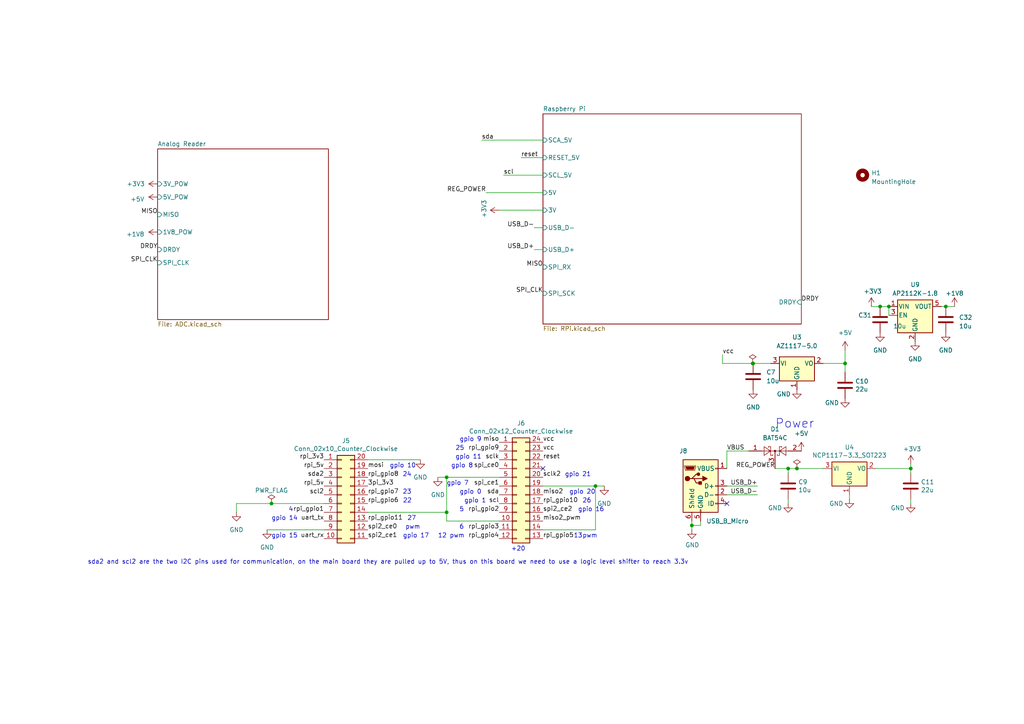
<source format=kicad_sch>
(kicad_sch (version 20230121) (generator eeschema)
  (paper "A4")
  (title_block (title "RP2040 Based Strain Gauge measurement board") (company "RIOT Racing"))
  (lib_symbols
    (symbol "Connector_Generic:Conn_02x10_Counter_Clockwise" (pin_names (offset 1.016) hide)
      (property "Reference" "J" (at 1.27 12.7 0))
      (property "Value" "Conn_02x10_Counter_Clockwise" (at 1.27 -15.24 0))
      (symbol "Conn_02x10_Counter_Clockwise_1_1"
        (rectangle (start -1.27 -12.573) (end 0 -12.827) (stroke (width 0.1524)))
        (rectangle (start -1.27 -10.033) (end 0 -10.287) (stroke (width 0.1524)))
        (rectangle (start -1.27 -7.493) (end 0 -7.747) (stroke (width 0.1524)))
        (rectangle (start -1.27 -4.953) (end 0 -5.207) (stroke (width 0.1524)))
        (rectangle (start -1.27 -2.413) (end 0 -2.667) (stroke (width 0.1524)))
        (rectangle (start -1.27 0.127) (end 0 -0.127) (stroke (width 0.1524)))
        (rectangle (start -1.27 2.667) (end 0 2.413) (stroke (width 0.1524)))
        (rectangle (start -1.27 5.207) (end 0 4.953) (stroke (width 0.1524)))
        (rectangle (start -1.27 7.747) (end 0 7.493) (stroke (width 0.1524)))
        (rectangle (start -1.27 10.287) (end 0 10.033) (stroke (width 0.1524)))
        (rectangle (start -1.27 11.43) (end 3.81 -13.97) (stroke (width 0.254)) (fill (type background)))
        (rectangle (start 3.81 -12.573) (end 2.54 -12.827) (stroke (width 0.1524)))
        (rectangle (start 3.81 -10.033) (end 2.54 -10.287) (stroke (width 0.1524)))
        (rectangle (start 3.81 -7.493) (end 2.54 -7.747) (stroke (width 0.1524)))
        (rectangle (start 3.81 -4.953) (end 2.54 -5.207) (stroke (width 0.1524)))
        (rectangle (start 3.81 -2.413) (end 2.54 -2.667) (stroke (width 0.1524)))
        (rectangle (start 3.81 0.127) (end 2.54 -0.127) (stroke (width 0.1524)))
        (rectangle (start 3.81 2.667) (end 2.54 2.413) (stroke (width 0.1524)))
        (rectangle (start 3.81 5.207) (end 2.54 4.953) (stroke (width 0.1524)))
        (rectangle (start 3.81 7.747) (end 2.54 7.493) (stroke (width 0.1524)))
        (rectangle (start 3.81 10.287) (end 2.54 10.033) (stroke (width 0.1524)))
        (pin passive line (at -5.08 10.16 0) (length 3.81) (name "Pin_1") (number "1"))
        (pin passive line (at -5.08 -12.7 0) (length 3.81) (name "Pin_10") (number "10"))
        (pin passive line (at 7.62 -12.7 180) (length 3.81) (name "Pin_11") (number "11"))
        (pin passive line (at 7.62 -10.16 180) (length 3.81) (name "Pin_12") (number "12"))
        (pin passive line (at 7.62 -7.62 180) (length 3.81) (name "Pin_13") (number "13"))
        (pin passive line (at 7.62 -5.08 180) (length 3.81) (name "Pin_14") (number "14"))
        (pin passive line (at 7.62 -2.54 180) (length 3.81) (name "Pin_15") (number "15"))
        (pin passive line (at 7.62 0 180) (length 3.81) (name "Pin_16") (number "16"))
        (pin passive line (at 7.62 2.54 180) (length 3.81) (name "Pin_17") (number "17"))
        (pin passive line (at 7.62 5.08 180) (length 3.81) (name "Pin_18") (number "18"))
        (pin passive line (at 7.62 7.62 180) (length 3.81) (name "Pin_19") (number "19"))
        (pin passive line (at -5.08 7.62 0) (length 3.81) (name "Pin_2") (number "2"))
        (pin passive line (at 7.62 10.16 180) (length 3.81) (name "Pin_20") (number "20"))
        (pin passive line (at -5.08 5.08 0) (length 3.81) (name "Pin_3") (number "3"))
        (pin passive line (at -5.08 2.54 0) (length 3.81) (name "Pin_4") (number "4"))
        (pin passive line (at -5.08 0 0) (length 3.81) (name "Pin_5") (number "5"))
        (pin passive line (at -5.08 -2.54 0) (length 3.81) (name "Pin_6") (number "6"))
        (pin passive line (at -5.08 -5.08 0) (length 3.81) (name "Pin_7") (number "7"))
        (pin passive line (at -5.08 -7.62 0) (length 3.81) (name "Pin_8") (number "8"))
        (pin passive line (at -5.08 -10.16 0) (length 3.81) (name "Pin_9") (number "9"))
      )
    )
    (symbol "Connector_Generic:Conn_02x12_Counter_Clockwise" (pin_names (offset 1.016) hide)
      (property "Reference" "J" (at 1.27 15.24 0))
      (property "Value" "Conn_02x12_Counter_Clockwise" (at 1.27 -17.78 0))
      (symbol "Conn_02x12_Counter_Clockwise_1_1"
        (rectangle (start -1.27 -15.113) (end 0 -15.367) (stroke (width 0.1524)))
        (rectangle (start -1.27 -12.573) (end 0 -12.827) (stroke (width 0.1524)))
        (rectangle (start -1.27 -10.033) (end 0 -10.287) (stroke (width 0.1524)))
        (rectangle (start -1.27 -7.493) (end 0 -7.747) (stroke (width 0.1524)))
        (rectangle (start -1.27 -4.953) (end 0 -5.207) (stroke (width 0.1524)))
        (rectangle (start -1.27 -2.413) (end 0 -2.667) (stroke (width 0.1524)))
        (rectangle (start -1.27 0.127) (end 0 -0.127) (stroke (width 0.1524)))
        (rectangle (start -1.27 2.667) (end 0 2.413) (stroke (width 0.1524)))
        (rectangle (start -1.27 5.207) (end 0 4.953) (stroke (width 0.1524)))
        (rectangle (start -1.27 7.747) (end 0 7.493) (stroke (width 0.1524)))
        (rectangle (start -1.27 10.287) (end 0 10.033) (stroke (width 0.1524)))
        (rectangle (start -1.27 12.827) (end 0 12.573) (stroke (width 0.1524)))
        (rectangle (start -1.27 13.97) (end 3.81 -16.51) (stroke (width 0.254)) (fill (type background)))
        (rectangle (start 3.81 -15.113) (end 2.54 -15.367) (stroke (width 0.1524)))
        (rectangle (start 3.81 -12.573) (end 2.54 -12.827) (stroke (width 0.1524)))
        (rectangle (start 3.81 -10.033) (end 2.54 -10.287) (stroke (width 0.1524)))
        (rectangle (start 3.81 -7.493) (end 2.54 -7.747) (stroke (width 0.1524)))
        (rectangle (start 3.81 -4.953) (end 2.54 -5.207) (stroke (width 0.1524)))
        (rectangle (start 3.81 -2.413) (end 2.54 -2.667) (stroke (width 0.1524)))
        (rectangle (start 3.81 0.127) (end 2.54 -0.127) (stroke (width 0.1524)))
        (rectangle (start 3.81 2.667) (end 2.54 2.413) (stroke (width 0.1524)))
        (rectangle (start 3.81 5.207) (end 2.54 4.953) (stroke (width 0.1524)))
        (rectangle (start 3.81 7.747) (end 2.54 7.493) (stroke (width 0.1524)))
        (rectangle (start 3.81 10.287) (end 2.54 10.033) (stroke (width 0.1524)))
        (rectangle (start 3.81 12.827) (end 2.54 12.573) (stroke (width 0.1524)))
        (pin passive line (at -5.08 12.7 0) (length 3.81) (name "Pin_1") (number "1"))
        (pin passive line (at -5.08 -10.16 0) (length 3.81) (name "Pin_10") (number "10"))
        (pin passive line (at -5.08 -12.7 0) (length 3.81) (name "Pin_11") (number "11"))
        (pin passive line (at -5.08 -15.24 0) (length 3.81) (name "Pin_12") (number "12"))
        (pin passive line (at 7.62 -15.24 180) (length 3.81) (name "Pin_13") (number "13"))
        (pin passive line (at 7.62 -12.7 180) (length 3.81) (name "Pin_14") (number "14"))
        (pin passive line (at 7.62 -10.16 180) (length 3.81) (name "Pin_15") (number "15"))
        (pin passive line (at 7.62 -7.62 180) (length 3.81) (name "Pin_16") (number "16"))
        (pin passive line (at 7.62 -5.08 180) (length 3.81) (name "Pin_17") (number "17"))
        (pin passive line (at 7.62 -2.54 180) (length 3.81) (name "Pin_18") (number "18"))
        (pin passive line (at 7.62 0 180) (length 3.81) (name "Pin_19") (number "19"))
        (pin passive line (at -5.08 10.16 0) (length 3.81) (name "Pin_2") (number "2"))
        (pin passive line (at 7.62 2.54 180) (length 3.81) (name "Pin_20") (number "20"))
        (pin passive line (at 7.62 5.08 180) (length 3.81) (name "Pin_21") (number "21"))
        (pin passive line (at 7.62 7.62 180) (length 3.81) (name "Pin_22") (number "22"))
        (pin passive line (at 7.62 10.16 180) (length 3.81) (name "Pin_23") (number "23"))
        (pin passive line (at 7.62 12.7 180) (length 3.81) (name "Pin_24") (number "24"))
        (pin passive line (at -5.08 7.62 0) (length 3.81) (name "Pin_3") (number "3"))
        (pin passive line (at -5.08 5.08 0) (length 3.81) (name "Pin_4") (number "4"))
        (pin passive line (at -5.08 2.54 0) (length 3.81) (name "Pin_5") (number "5"))
        (pin passive line (at -5.08 0 0) (length 3.81) (name "Pin_6") (number "6"))
        (pin passive line (at -5.08 -2.54 0) (length 3.81) (name "Pin_7") (number "7"))
        (pin passive line (at -5.08 -5.08 0) (length 3.81) (name "Pin_8") (number "8"))
        (pin passive line (at -5.08 -7.62 0) (length 3.81) (name "Pin_9") (number "9"))
      )
    )
    (symbol "Device:C" (pin_numbers hide) (pin_names (offset 0.254))
      (property "Reference" "C" (at 0.635 2.54 0))
      (property "Value" "C" (at 0.635 -2.54 0))
      (symbol "C_0_1"
        (polyline (pts (xy -2.032 -0.762) (xy 2.032 -0.762)) (stroke (width 0.508)))
        (polyline (pts (xy -2.032 0.762) (xy 2.032 0.762)) (stroke (width 0.508)))
      )
      (symbol "C_1_1"
        (pin passive line (at 0 3.81 270) (length 2.794) (name "~") (number "1"))
        (pin passive line (at 0 -3.81 90) (length 2.794) (name "~") (number "2"))
      )
    )
    (symbol "Diode:BAT54C" (pin_names (offset 1.016))
      (property "Reference" "D" (at 0.635 -3.81 0))
      (property "Value" "BAT54C" (at -6.35 3.175 0))
      (symbol "BAT54C_0_1"
        (polyline (pts (xy -1.905 0) (xy 1.905 0)))
        (polyline (pts (xy -1.905 1.27) (xy -1.905 1.016)))
        (polyline (pts (xy -1.27 -1.27) (xy -0.635 -1.27)))
        (polyline (pts (xy -1.27 0) (xy -3.81 0)))
        (polyline (pts (xy -1.27 1.27) (xy -1.905 1.27)))
        (polyline (pts (xy -1.27 1.27) (xy -1.27 -1.27)))
        (polyline (pts (xy -0.635 -1.27) (xy -0.635 -1.016)))
        (polyline (pts (xy 0.635 -1.27) (xy 0.635 -1.016)))
        (polyline (pts (xy 1.27 -1.27) (xy 0.635 -1.27)))
        (polyline (pts (xy 1.27 1.27) (xy 1.27 -1.27)))
        (polyline (pts (xy 1.27 1.27) (xy 1.905 1.27)))
        (polyline (pts (xy 1.905 1.27) (xy 1.905 1.016)))
        (polyline (pts (xy 3.81 0) (xy 1.27 0)))
        (polyline (pts (xy -3.175 -1.27) (xy -3.175 1.27) (xy -1.27 0) (xy -3.175 -1.27)))
        (polyline (pts (xy 3.175 -1.27) (xy 3.175 1.27) (xy 1.27 0) (xy 3.175 -1.27)))
        (circle (center 0 0) (radius 0.254) (fill (type outline)))
      )
      (symbol "BAT54C_1_1"
        (pin passive line (at -7.62 0 0) (length 3.81) (name "~") (number "1"))
        (pin passive line (at 7.62 0 180) (length 3.81) (name "~") (number "2"))
        (pin passive line (at 0 -5.08 90) (length 5.08) (name "~") (number "3"))
      )
    )
    (symbol "GND_1" (power) (pin_names (offset 0))
      (property "Value" "GND_1" (at 0 -3.81 0))
      (symbol "GND_1_0_1"
        (polyline (pts (xy 0 0) (xy 0 -1.27) (xy 1.27 -1.27) (xy 0 -2.54) (xy -1.27 -1.27) (xy 0 -1.27)))
      )
      (symbol "GND_1_1_1"
        (pin power_in line (at 0 0 270) (length 0) hide (name "GND") (number "1"))
      )
    )
    (symbol "Mechanical:MountingHole" (pin_names (offset 1.016))
      (property "Reference" "H" (at 0 5.08 0))
      (property "Value" "MountingHole" (at 0 3.175 0))
      (symbol "MountingHole_0_1"
        (circle (center 0 0) (radius 1.27) (stroke (width 1.27)))
      )
    )
    (symbol "PWR_FLAG_1" (power) (pin_numbers hide) (pin_names (offset 0) hide)
      (property "Value" "PWR_FLAG_1" (at 0 3.81 0))
      (symbol "PWR_FLAG_1_0_0"
        (pin power_out line (at 0 0 90) (length 0) (name "pwr") (number "1"))
      )
      (symbol "PWR_FLAG_1_0_1"
        (polyline (pts (xy 0 0) (xy 0 1.27) (xy -1.016 1.905) (xy 0 2.54) (xy 1.016 1.905) (xy 0 1.27)))
      )
    )
    (symbol "RP2040_minimal-rescue:USB_B_Micro-Connector" (pin_names (offset 1.016))
      (property "Reference" "J" (at -5.08 11.43 0))
      (property "Value" "USB_B_Micro-Connector" (at -5.08 8.89 0))
      (symbol "USB_B_Micro-Connector_0_1"
        (rectangle (start -5.08 -7.62) (end 5.08 7.62) (stroke (width 0.254)) (fill (type background)))
        (circle (center -3.81 2.159) (radius 0.635) (stroke (width 0.254)) (fill (type outline)))
        (circle (center -0.635 3.429) (radius 0.381) (stroke (width 0.254)) (fill (type outline)))
        (rectangle (start -0.127 -7.62) (end 0.127 -6.858))
        (polyline (pts (xy -1.905 2.159) (xy 0.635 2.159)) (stroke (width 0.254)))
        (polyline (pts (xy -3.175 2.159) (xy -2.54 2.159) (xy -1.27 3.429) (xy -0.635 3.429)) (stroke (width 0.254)))
        (polyline (pts (xy -2.54 2.159) (xy -1.905 2.159) (xy -1.27 0.889) (xy 0 0.889)) (stroke (width 0.254)))
        (polyline (pts (xy 0.635 2.794) (xy 0.635 1.524) (xy 1.905 2.159) (xy 0.635 2.794)) (stroke (width 0.254)) (fill (type outline)))
        (polyline (pts (xy -4.318 5.588) (xy -1.778 5.588) (xy -2.032 4.826) (xy -4.064 4.826) (xy -4.318 5.588)) (fill (type outline)))
        (polyline (pts (xy -4.699 5.842) (xy -4.699 5.588) (xy -4.445 4.826) (xy -4.445 4.572) (xy -1.651 4.572) (xy -1.651 4.826) (xy -1.397 5.588) (xy -1.397 5.842) (xy -4.699 5.842)))
        (rectangle (start 0.254 1.27) (end -0.508 0.508) (stroke (width 0.254)) (fill (type outline)))
        (rectangle (start 5.08 -5.207) (end 4.318 -4.953))
        (rectangle (start 5.08 -2.667) (end 4.318 -2.413))
        (rectangle (start 5.08 -0.127) (end 4.318 0.127))
        (rectangle (start 5.08 4.953) (end 4.318 5.207))
      )
      (symbol "USB_B_Micro-Connector_1_1"
        (pin power_out line (at 7.62 5.08 180) (length 2.54) (name "VBUS") (number "1"))
        (pin passive line (at 7.62 -2.54 180) (length 2.54) (name "D-") (number "2"))
        (pin passive line (at 7.62 0 180) (length 2.54) (name "D+") (number "3"))
        (pin passive line (at 7.62 -5.08 180) (length 2.54) (name "ID") (number "4"))
        (pin power_out line (at 0 -10.16 90) (length 2.54) (name "GND") (number "5"))
        (pin passive line (at -2.54 -10.16 90) (length 2.54) (name "Shield") (number "6"))
      )
    )
    (symbol "Regulator_Linear:AP2112K-1.8" (pin_names (offset 0.254))
      (property "Reference" "U" (at -5.08 5.715 0))
      (property "Value" "AP2112K-1.8" (at 0 5.715 0))
      (symbol "AP2112K-1.8_0_1"
        (rectangle (start -5.08 4.445) (end 5.08 -5.08) (stroke (width 0.254)) (fill (type background)))
      )
      (symbol "AP2112K-1.8_1_1"
        (pin power_in line (at -7.62 2.54 0) (length 2.54) (name "VIN") (number "1"))
        (pin power_in line (at 0 -7.62 90) (length 2.54) (name "GND") (number "2"))
        (pin input line (at -7.62 0 0) (length 2.54) (name "EN") (number "3"))
        (pin no_connect line (at 5.08 0 180) (length 2.54) hide (name "NC") (number "4"))
        (pin power_out line (at 7.62 2.54 180) (length 2.54) (name "VOUT") (number "5"))
      )
    )
    (symbol "Regulator_Linear:AZ1117-5.0" (pin_names (offset 0.254))
      (property "Reference" "U" (at -3.81 3.175 0))
      (property "Value" "AZ1117-5.0" (at 0 3.175 0))
      (symbol "AZ1117-5.0_0_1"
        (rectangle (start -5.08 1.905) (end 5.08 -5.08) (stroke (width 0.254)) (fill (type background)))
      )
      (symbol "AZ1117-5.0_1_1"
        (pin power_in line (at 0 -7.62 90) (length 2.54) (name "GND") (number "1"))
        (pin power_out line (at 7.62 0 180) (length 2.54) (name "VO") (number "2"))
        (pin power_in line (at -7.62 0 0) (length 2.54) (name "VI") (number "3"))
      )
    )
    (symbol "Regulator_Linear:NCP1117-3.3_SOT223" (pin_names (offset 0.254))
      (property "Reference" "U" (at -3.81 3.175 0))
      (property "Value" "NCP1117-3.3_SOT223" (at 0 3.175 0))
      (symbol "NCP1117-3.3_SOT223_0_1"
        (rectangle (start -5.08 -5.08) (end 5.08 1.905) (stroke (width 0.254)) (fill (type background)))
      )
      (symbol "NCP1117-3.3_SOT223_1_1"
        (pin power_in line (at 0 -7.62 90) (length 2.54) (name "GND") (number "1"))
        (pin power_out line (at 7.62 0 180) (length 2.54) (name "VO") (number "2"))
        (pin power_in line (at -7.62 0 0) (length 2.54) (name "VI") (number "3"))
      )
    )
    (symbol "power:+1V8" (power) (pin_names (offset 0))
      (property "Value" "+1V8" (at 0 3.556 0))
      (symbol "+1V8_0_1"
        (polyline (pts (xy -0.762 1.27) (xy 0 2.54)))
        (polyline (pts (xy 0 0) (xy 0 2.54)))
        (polyline (pts (xy 0 2.54) (xy 0.762 1.27)))
      )
      (symbol "+1V8_1_1"
        (pin power_in line (at 0 0 90) (length 0) hide (name "+1V8") (number "1"))
      )
    )
    (symbol "power:+3V3" (power) (pin_names (offset 0))
      (property "Value" "+3V3" (at 0 3.556 0))
      (symbol "+3V3_0_1"
        (polyline (pts (xy -0.762 1.27) (xy 0 2.54)))
        (polyline (pts (xy 0 0) (xy 0 2.54)))
        (polyline (pts (xy 0 2.54) (xy 0.762 1.27)))
      )
      (symbol "+3V3_1_1"
        (pin power_in line (at 0 0 90) (length 0) hide (name "+3V3") (number "1"))
      )
    )
    (symbol "power:+5V" (power) (pin_names (offset 0))
      (property "Value" "+5V" (at 0 3.556 0))
      (symbol "+5V_0_1"
        (polyline (pts (xy -0.762 1.27) (xy 0 2.54)))
        (polyline (pts (xy 0 0) (xy 0 2.54)))
        (polyline (pts (xy 0 2.54) (xy 0.762 1.27)))
      )
      (symbol "+5V_1_1"
        (pin power_in line (at 0 0 90) (length 0) hide (name "+5V") (number "1"))
      )
    )
    (symbol "power:GND" (power) (pin_names (offset 0))
      (property "Value" "GND" (at 0 -3.81 0))
      (symbol "GND_0_1"
        (polyline (pts (xy 0 0) (xy 0 -1.27) (xy 1.27 -1.27) (xy 0 -2.54) (xy -1.27 -1.27) (xy 0 -1.27)))
      )
      (symbol "GND_1_1"
        (pin power_in line (at 0 0 270) (length 0) hide (name "GND") (number "1"))
      )
    )
    (symbol "power:PWR_FLAG" (power) (pin_numbers hide) (pin_names (offset 0) hide)
      (property "Value" "PWR_FLAG" (at 0 3.81 0))
      (symbol "PWR_FLAG_0_0"
        (pin power_out line (at 0 0 90) (length 0) (name "pwr") (number "1"))
      )
      (symbol "PWR_FLAG_0_1"
        (polyline (pts (xy 0 0) (xy 0 1.27) (xy -1.016 1.905) (xy 0 2.54) (xy 1.016 1.905) (xy 0 1.27)))
      )
    )
  )
  (junction (at 274.32 88.9))
  (junction (at 129.54 148.59))
  (junction (at 228.6 135.89))
  (junction (at 172.72 140.97))
  (junction (at 218.3143 105.41))
  (junction (at 218.44 105.41))
  (junction (at 78.74 146.05))
  (junction (at 255.27 88.9))
  (junction (at 245.11 105.41))
  (junction (at 231.14 135.89))
  (junction (at 200.66 152.4))
  (junction (at 264.16 135.89))
  (junction (at 129.54 138.43))
  (junction (at 257.81 88.9))
  (no_connect (at 210.82 146.05))
  (no_connect (at 157.48 135.89))
  (wire (pts (xy 209.55 105.41) (xy 218.3143 105.41)))
  (wire (pts (xy 93.98 153.67) (xy 77.47 153.67)))
  (wire (pts (xy 203.2 152.4) (xy 200.66 152.4)))
  (wire (pts (xy 264.16 144.78) (xy 264.16 146.05)))
  (wire (pts (xy 257.81 88.9) (xy 257.81 91.44)))
  (wire (pts (xy 210.82 140.97) (xy 219.71 140.97)))
  (wire (pts (xy 200.66 151.13) (xy 200.66 152.4)))
  (wire (pts (xy 238.76 135.89) (xy 231.14 135.89)))
  (wire (pts (xy 200.66 152.4) (xy 200.66 153.67)))
  (wire (pts (xy 139.7 40.64) (xy 157.48 40.64)))
  (wire (pts (xy 68.58 146.05) (xy 78.74 146.05)))
  (wire (pts (xy 157.48 153.67) (xy 172.72 153.67)))
  (wire (pts (xy 154.94 72.39) (xy 157.48 72.39)))
  (wire (pts (xy 218.3143 105.41) (xy 218.44 105.41)))
  (wire (pts (xy 127 138.43) (xy 129.54 138.43)))
  (wire (pts (xy 218.44 105.41) (xy 223.52 105.41)))
  (wire (pts (xy 245.11 105.41) (xy 245.11 107.95)))
  (wire (pts (xy 264.16 137.16) (xy 264.16 135.89)))
  (wire (pts (xy 78.74 146.05) (xy 93.98 146.05)))
  (wire (pts (xy 255.27 88.9) (xy 257.81 88.9)))
  (wire (pts (xy 245.11 101.6) (xy 245.11 105.41)))
  (wire (pts (xy 273.05 88.9) (xy 274.32 88.9)))
  (wire (pts (xy 252.73 88.9) (xy 255.27 88.9)))
  (wire (pts (xy 172.72 140.97) (xy 175.26 140.97)))
  (wire (pts (xy 228.6 144.78) (xy 228.6 146.05)))
  (wire (pts (xy 68.58 146.05) (xy 68.58 148.59)))
  (wire (pts (xy 106.68 133.35) (xy 121.92 133.35)))
  (wire (pts (xy 129.54 138.43) (xy 129.54 148.59)))
  (wire (pts (xy 203.2 151.13) (xy 203.2 152.4)))
  (wire (pts (xy 146.05 50.8) (xy 157.48 50.8)))
  (wire (pts (xy 144.78 151.13) (xy 129.54 151.13)))
  (wire (pts (xy 172.72 153.67) (xy 172.72 140.97)))
  (wire (pts (xy 209.55 102.87) (xy 209.55 105.41)))
  (wire (pts (xy 154.94 66.04) (xy 157.48 66.04)))
  (wire (pts (xy 140.97 55.88) (xy 157.48 55.88)))
  (wire (pts (xy 144.78 60.96) (xy 157.48 60.96)))
  (wire (pts (xy 210.82 130.81) (xy 217.17 130.81)))
  (wire (pts (xy 129.54 148.59) (xy 129.54 151.13)))
  (wire (pts (xy 157.48 140.97) (xy 172.72 140.97)))
  (wire (pts (xy 238.76 105.41) (xy 245.11 105.41)))
  (wire (pts (xy 274.32 88.9) (xy 276.86 88.9)))
  (wire (pts (xy 231.14 135.89) (xy 228.6 135.89)))
  (wire (pts (xy 210.82 135.89) (xy 210.82 130.81)))
  (wire (pts (xy 106.68 148.59) (xy 129.54 148.59)))
  (wire (pts (xy 264.16 135.89) (xy 264.16 134.62)))
  (wire (pts (xy 224.79 135.89) (xy 228.6 135.89)))
  (wire (pts (xy 210.82 143.51) (xy 219.71 143.51)))
  (wire (pts (xy 129.54 138.43) (xy 144.78 138.43)))
  (wire (pts (xy 228.6 137.16) (xy 228.6 135.89)))
  (wire (pts (xy 246.38 143.51) (xy 246.38 144.78)))
  (wire (pts (xy 151.13 45.72) (xy 157.48 45.72)))
  (wire (pts (xy 254 135.89) (xy 264.16 135.89)))
  (text "gpio 14" (at 78.74 151.13 0) (effects (font (size 1.27 1.27)) (justify left bottom)))
  (text "Power" (at 224.79 124.46 0) (effects (font (size 2.54 2.54)) (justify left bottom)))
  (text "gpio 10" (at 120.65 135.89 0) (effects (font (size 1.27 1.27)) (justify right bottom)))
  (text "24" (at 119.38 138.43 0) (effects (font (size 1.27 1.27)) (justify right bottom)))
  (text "gpio 9" (at 139.7 128.27 0) (effects (font (size 1.27 1.27)) (justify right bottom)))
  (text "gpio 7" (at 129.54 140.97 0) (effects (font (size 1.27 1.27)) (justify left bottom)))
  (text "pwm" (at 121.92 153.67 0) (effects (font (size 1.27 1.27)) (justify right bottom)))
  (text "+20" (at 152.4 160.02 0) (effects (font (size 1.27 1.27)) (justify right bottom)))
  (text "gpio 0" (at 139.7 143.51 0) (effects (font (size 1.27 1.27)) (justify right bottom)))
  (text "6" (at 134.62 153.67 0) (effects (font (size 1.27 1.27)) (justify right bottom)))
  (text "gpio 8" (at 130.81 135.89 0) (effects (font (size 1.27 1.27)) (justify left bottom)))
  (text "gpio 1" (at 134.62 146.05 0) (effects (font (size 1.27 1.27)) (justify left bottom)))
  (text "gpio 16" (at 175.26 148.59 0) (effects (font (size 1.27 1.27)) (justify right bottom)))
  (text "26" (at 168.91 146.05 0) (effects (font (size 1.27 1.27)) (justify left bottom)))
  (text "12 pwm" (at 127 156.21 0) (effects (font (size 1.27 1.27)) (justify left bottom)))
  (text "gpio 17" (at 116.84 156.21 0) (effects (font (size 1.27 1.27)) (justify left bottom)))
  (text "pwm" (at 168.91 156.21 0) (effects (font (size 1.27 1.27)) (justify left bottom)))
  (text "23" (at 119.38 143.51 0) (effects (font (size 1.27 1.27)) (justify right bottom)))
  (text "sda2 and scl2 are the two I2C pins used for communication, on the main board they are pulled up to 5V, thus on this board we need to use a logic level shifter to reach 3.3v" (at 25.4 163.83 0) (effects (font (size 1.27 1.27)) (justify left bottom)))
  (text "13" (at 166.37 156.21 0) (effects (font (size 1.27 1.27)) (justify left bottom)))
  (text "25" (at 132.08 130.81 0) (effects (font (size 1.27 1.27)) (justify left bottom)))
  (text "22" (at 116.84 146.05 0) (effects (font (size 1.27 1.27)) (justify left bottom)))
  (text "gpio 20" (at 172.72 143.51 0) (effects (font (size 1.27 1.27)) (justify right bottom)))
  (text "gpio 21" (at 171.45 138.43 0) (effects (font (size 1.27 1.27)) (justify right bottom)))
  (text "gpio 15" (at 86.36 156.21 0) (effects (font (size 1.27 1.27)) (justify right bottom)))
  (text "4" (at 85.09 148.59 0) (effects (font (size 1.27 1.27)) (justify right bottom)))
  (text "gpio 11" (at 139.7 133.35 0) (effects (font (size 1.27 1.27)) (justify right bottom)))
  (text "27" (at 118.11 151.13 0) (effects (font (size 1.27 1.27)) (justify left bottom)))
  (text "5" (at 134.62 148.59 0) (effects (font (size 1.27 1.27)) (justify right bottom)))
  (label "miso2_pwm" (at 157.48 151.13 0))
  (label "scl2" (at 93.98 143.51 180))
  (label "DRDY" (at 232.41 87.63 0))
  (label "DRDY" (at 45.72 72.39 180))
  (label "uart_tx" (at 93.98 151.13 180))
  (label "MISO" (at 45.72 62.23 180))
  (label "rpi_5v" (at 93.98 140.97 180))
  (label "USB_D-" (at 154.94 66.04 180))
  (label "vcc" (at 157.48 130.81 0))
  (label "USB_D+" (at 219.71 140.97 180))
  (label "reset" (at 157.48 133.35 0))
  (label "USB_D+" (at 154.94 72.39 180))
  (label "scl" (at 146.05 50.8 0))
  (label "rpi_gpio6" (at 106.68 146.05 0))
  (label "rpi_gpio2" (at 144.78 148.59 180))
  (label "rpi_gpio8" (at 106.68 138.43 0))
  (label "mosi" (at 106.68 135.89 0))
  (label "miso" (at 144.78 128.27 180))
  (label "spi2_ce2" (at 157.48 148.59 0))
  (label "sclk2" (at 157.48 138.43 0))
  (label "MISO" (at 157.48 77.47 180))
  (label "rpi_gpio1" (at 93.98 148.59 180))
  (label "sda" (at 139.7 40.64 0))
  (label "rpi_gpio5" (at 157.48 156.21 0))
  (label "rpi_gpio3" (at 144.78 153.67 180))
  (label "miso2" (at 157.48 143.51 0))
  (label "sclk" (at 144.78 133.35 180))
  (label "vcc" (at 209.55 102.87 0))
  (label "spi2_ce1" (at 106.68 156.21 0))
  (label "spi_ce1" (at 144.78 140.97 180))
  (label "sda" (at 144.78 143.51 180))
  (label "3pi_3v3" (at 106.68 140.97 0))
  (label "USB_D-" (at 219.71 143.51 180))
  (label "rpi_3v3" (at 93.98 133.35 180))
  (label "scl" (at 144.78 146.05 180))
  (label "uart_rx" (at 93.98 156.21 180))
  (label "sda2" (at 93.98 138.43 180))
  (label "rpi_5v" (at 93.98 135.89 180))
  (label "REG_POWER" (at 140.97 55.88 180))
  (label "SPI_CLK" (at 45.72 76.2 180))
  (label "vcc" (at 157.48 128.27 0))
  (label "reset" (at 151.13 45.72 0))
  (label "rpi_gpio4" (at 144.78 156.21 180))
  (label "rpi_gpio10" (at 157.48 146.05 0))
  (label "spi2_ce0" (at 106.68 153.67 0))
  (label "spi_ce0" (at 144.78 135.89 180))
  (label "rpi_gpio9" (at 144.78 130.81 180))
  (label "REG_POWER" (at 224.79 135.89 180))
  (label "SPI_CLK" (at 157.48 85.09 180))
  (label "rpi_gpio11" (at 106.68 151.13 0))
  (label "rpi_gpio7" (at 106.68 143.51 0))
  (label "VBUS" (at 210.82 130.81 0))
  (symbol (lib_id "power:GND") (at 264.16 146.05 0) (unit 1)
    (property "Reference" "#PWR030" (effects hide))
    (property "Value" "GND" (at 260.35 147.32 0))
  )
  (symbol (lib_name "GND_1") (lib_id "power:GND") (at 274.32 96.52 0) (unit 1)
    (property "Reference" "#PWR088" (effects hide))
    (property "Value" "GND" (at 274.32 101.6 0))
  )
  (symbol (lib_id "power:+3V3") (at 264.16 134.62 0) (unit 1)
    (property "Reference" "#PWR029" (effects hide))
    (property "Value" "+3V3" (at 264.541 130.2258 0))
  )
  (symbol (lib_id "Regulator_Linear:AZ1117-5.0") (at 231.14 105.41 0) (unit 1)
    (property "Reference" "U3" (at 231.14 97.79 0))
    (property "Value" "AZ1117-5.0" (at 231.14 100.33 0))
    (property "Footprint" "Package_TO_SOT_SMD:SOT-223-3_TabPin2" (effects hide))
    (property "Datasheet" "https://www.diodes.com/assets/Datasheets/AZ1117.pdf" (effects hide))
    (property "Purchase Link" "https://www.digikey.com/en/products/detail/diodes-incorporated/AZ1117IH-5-0TRG1/5699673" (effects hide))
  )
  (symbol (lib_id "power:GND") (at 246.38 144.78 0) (unit 1)
    (property "Reference" "#PWR028" (effects hide))
    (property "Value" "GND" (at 242.57 146.05 0))
  )
  (symbol (lib_id "power:GND") (at 228.6 146.05 0) (unit 1)
    (property "Reference" "#PWR023" (effects hide))
    (property "Value" "GND" (at 224.79 147.32 0))
  )
  (symbol (lib_id "power:GND") (at 68.58 148.59 0) (unit 1)
    (property "Reference" "#PWR09" (effects hide))
    (property "Value" "GND" (at 68.58 153.67 0))
  )
  (symbol (lib_id "Device:C") (at 218.44 109.22 0) (unit 1)
    (property "Reference" "C7" (at 222.25 107.9499 0) (effects (justify left)))
    (property "Value" "10u" (at 222.25 110.4899 0) (effects (justify left)))
    (property "Footprint" "Capacitor_SMD:C_0402_1005Metric" (effects hide))
    (property "Purchase Link" "https://www.digikey.com/en/products/detail/murata-electronics/GRT188C81A106ME13D/5416705" (effects hide))
  )
  (symbol (lib_name "GND_1") (lib_id "power:GND") (at 265.43 99.06 0) (unit 1)
    (property "Reference" "#PWR084" (effects hide))
    (property "Value" "GND" (at 265.43 104.14 0))
  )
  (symbol (lib_id "power:+1V8") (at 45.72 67.31 90) (unit 1)
    (property "Reference" "#PWR089" (effects hide))
    (property "Value" "+1V8" (at 41.91 67.945 90) (effects (justify left)))
  )
  (symbol (lib_id "Device:C") (at 274.32 92.71 0) (unit 1)
    (property "Reference" "C32" (at 278.13 92.075 0) (effects (justify left)))
    (property "Value" "10u" (at 278.13 94.615 0) (effects (justify left)))
    (property "Footprint" "Capacitor_SMD:C_0402_1005Metric" (effects hide))
    (property "Purchase Link" "https://www.digikey.com/en/products/detail/murata-electronics/GRT188C81A106ME13D/5416705" (effects hide))
  )
  (symbol (lib_id "Mechanical:MountingHole") (at 250.19 50.8 0) (unit 1)
    (property "Reference" "H1" (at 252.73 50.165 0) (effects (justify left)))
    (property "Value" "MountingHole" (at 252.73 52.705 0) (effects (justify left)))
    (property "Footprint" "MountingHole:MountingHole_2.5mm" (effects hide))
  )
  (symbol (lib_id "power:+5V") (at 245.11 101.6 0) (unit 1)
    (property "Reference" "#PWR026" (effects hide))
    (property "Value" "+5V" (at 245.11 96.52 0))
  )
  (symbol (lib_id "power:+1V8") (at 276.86 88.9 0) (unit 1)
    (property "Reference" "#PWR086" (effects hide))
    (property "Value" "+1V8" (at 276.86 85.09 0))
  )
  (symbol (lib_id "power:PWR_FLAG") (at 231.14 135.89 0) (unit 1)
    (property "Reference" "#FLG02" (effects hide))
    (property "Value" "PWR_FLAG" (effects hide))
  )
  (symbol (lib_id "power:+5V") (at 232.41 130.81 0) (unit 1)
    (property "Reference" "#PWR025" (effects hide))
    (property "Value" "+5V" (at 232.41 125.73 0))
  )
  (symbol (lib_id "Diode:BAT54C") (at 224.79 130.81 0) (unit 1)
    (property "Reference" "D1" (at 224.79 124.46 0))
    (property "Value" "BAT54C" (at 224.79 127 0))
    (property "Footprint" "Package_TO_SOT_SMD:SOT-23" (effects hide))
    (property "Datasheet" "http://www.diodes.com/_files/datasheets/ds11005.pdf" (effects hide))
    (property "Purchase Link" "https://www.digikey.com/en/products/detail/diodes-incorporated/BAT54C-7-F/717701" (effects hide))
  )
  (symbol (lib_id "power:+3V3") (at 144.78 60.96 90) (unit 1)
    (property "Reference" "#PWR048" (effects hide))
    (property "Value" "+3V3" (at 140.3858 60.579 0))
  )
  (symbol (lib_name "GND_1") (lib_id "power:GND") (at 255.27 96.52 0) (unit 1)
    (property "Reference" "#PWR087" (effects hide))
    (property "Value" "GND" (at 255.27 101.6 0))
  )
  (symbol (lib_id "power:GND") (at 245.11 115.57 0) (unit 1)
    (property "Reference" "#PWR027" (effects hide))
    (property "Value" "GND" (at 241.3 116.84 0))
  )
  (symbol (lib_id "power:GND") (at 218.44 113.03 0) (unit 1)
    (property "Reference" "#PWR019" (effects hide))
    (property "Value" "GND" (at 218.44 118.11 0))
  )
  (symbol (lib_id "Regulator_Linear:AP2112K-1.8") (at 265.43 91.44 0) (unit 1)
    (property "Reference" "U9" (at 265.43 82.55 0))
    (property "Value" "AP2112K-1.8" (at 265.43 85.09 0))
    (property "Footprint" "Package_TO_SOT_SMD:SOT-23-5" (effects hide))
    (property "Datasheet" "https://www.diodes.com/assets/Datasheets/AP2112.pdf" (effects hide))
    (property "Purchase Link" "https://www.digikey.com/en/products/detail/diodes-incorporated/AP2112K-1-8TRG1/4470745?s=N4IgTCBcDaIIIAUwEZlgNIFpkDoAcIAugL5A" (effects hide))
  )
  (symbol (lib_id "RP2040_minimal-rescue:USB_B_Micro-Connector") (at 203.2 140.97 0) (unit 1)
    (property "Reference" "J8" (at 199.39 130.81 0) (effects (justify right)))
    (property "Value" "USB_B_Micro" (at 217.17 151.13 0) (effects (justify right)))
    (property "Footprint" "RP2040_minimal:USB_Micro-B_Amphenol_10103594-0001LF_Horizontal_modified" (effects hide))
    (property "Purchase Link" "https://www.digikey.com/en/products/detail/amphenol-cs-fci/10103594-0001LF/2350351" (effects hide))
  )
  (symbol (lib_id "power:+3V3") (at 45.72 53.34 90) (unit 1)
    (property "Reference" "#PWR067" (effects hide))
    (property "Value" "+3V3" (at 39.37 53.34 90))
  )
  (symbol (lib_id "power:GND") (at 200.66 153.67 0) (unit 1)
    (property "Reference" "#PWR015" (effects hide))
    (property "Value" "GND" (at 200.787 158.0642 0))
  )
  (symbol (lib_id "Connector_Generic:Conn_02x10_Counter_Clockwise") (at 99.06 143.51 0) (unit 1)
    (property "Reference" "J5" (at 100.33 127.8382 0))
    (property "Value" "Conn_02x10_Counter_Clockwise" (at 100.33 130.1496 0))
    (property "Footprint" "Connector_PinHeader_2.54mm:PinHeader_2x10_P2.54mm_Vertical" (effects hide))
    (property "Purchase Link" "https://www.digikey.com/en/products/detail/samtec-inc/SSQ-105-03-G-D/1111458" (effects hide))
  )
  (symbol (lib_id "power:GND") (at 231.14 113.03 0) (unit 1)
    (property "Reference" "#PWR024" (effects hide))
    (property "Value" "GND" (at 227.33 114.3 0))
  )
  (symbol (lib_id "Device:C") (at 228.6 140.97 0) (unit 1)
    (property "Reference" "C9" (at 231.521 139.8016 0) (effects (justify left)))
    (property "Value" "10u" (at 231.521 142.113 0) (effects (justify left)))
    (property "Footprint" "Capacitor_SMD:C_0402_1005Metric" (effects hide))
    (property "Purchase Link" "https://www.digikey.com/en/products/detail/murata-electronics/GRT188C81A106ME13D/5416705" (effects hide))
  )
  (symbol (lib_id "Device:C") (at 245.11 111.76 0) (unit 1)
    (property "Reference" "C10" (at 248.031 110.5916 0) (effects (justify left)))
    (property "Value" "22u" (at 248.031 112.903 0) (effects (justify left)))
    (property "Footprint" "Capacitor_SMD:C_0603_1608Metric" (effects hide))
    (property "Purchase Link" "https://www.digikey.com/en/products/detail/samsung-electro-mechanics/CL10A226MP8NUNE/3886932" (effects hide))
  )
  (symbol (lib_id "Connector_Generic:Conn_02x12_Counter_Clockwise") (at 149.86 140.97 0) (unit 1)
    (property "Reference" "J6" (at 151.13 122.7582 0))
    (property "Value" "Conn_02x12_Counter_Clockwise" (at 151.13 125.0696 0))
    (property "Footprint" "Connector_PinHeader_2.54mm:PinHeader_2x12_P2.54mm_Vertical" (effects hide))
    (property "Purchase Link" "https://www.digikey.com/en/products/detail/samtec-inc/SSQ-106-03-G-D/1111457?s=N4IgTCBcDaIMoEECyBGFBOAbAWgAw4DkAREAXQF8g" (effects hide))
  )
  (symbol (lib_id "Regulator_Linear:NCP1117-3.3_SOT223") (at 246.38 135.89 0) (unit 1)
    (property "Reference" "U4" (at 246.38 129.7432 0))
    (property "Value" "NCP1117-3.3_SOT223" (at 246.38 132.0546 0))
    (property "Footprint" "Package_TO_SOT_SMD:SOT-223-3_TabPin2" (effects hide))
    (property "Datasheet" "http://www.onsemi.com/pub_link/Collateral/NCP1117-D.PDF" (effects hide))
    (property "Purchase Link" "https://www.digikey.com/en/products/detail/dcomponents/LDI1117-3-3H/15850431" (effects hide))
  )
  (symbol (lib_id "power:GND") (at 127 138.43 0) (unit 1)
    (property "Reference" "#PWR012" (effects hide))
    (property "Value" "GND" (at 127 143.51 0))
  )
  (symbol (lib_name "PWR_FLAG_1") (lib_id "power:PWR_FLAG") (at 78.74 146.05 0) (unit 1)
    (property "Reference" "#FLG03" (effects hide))
    (property "Value" "PWR_FLAG" (at 78.74 142.24 0))
  )
  (symbol (lib_id "power:+3V3") (at 252.73 88.9 0) (unit 1)
    (property "Reference" "#PWR085" (effects hide))
    (property "Value" "+3V3" (at 253.111 84.5058 0))
  )
  (symbol (lib_id "power:PWR_FLAG") (at 218.3143 105.41 0) (unit 1)
    (property "Reference" "#FLG01" (effects hide))
    (property "Value" "PWR_FLAG" (effects hide))
  )
  (symbol (lib_id "power:GND") (at 121.92 133.35 0) (unit 1)
    (property "Reference" "#PWR011" (effects hide))
    (property "Value" "GND" (at 121.92 138.43 0))
  )
  (symbol (lib_id "Device:C") (at 255.27 92.71 0) (unit 1)
    (property "Reference" "C31" (at 248.92 91.44 0) (effects (justify left)))
    (property "Value" "10u" (at 259.08 94.615 0) (effects (justify left)))
    (property "Footprint" "Capacitor_SMD:C_0402_1005Metric" (effects hide))
    (property "Purchase Link" "https://www.digikey.com/en/products/detail/murata-electronics/GRT188C81A106ME13D/5416705" (effects hide))
  )
  (symbol (lib_id "power:+5V") (at 45.72 57.15 90) (unit 1)
    (property "Reference" "#PWR050" (effects hide))
    (property "Value" "+5V" (at 41.91 57.785 90) (effects (justify left)))
  )
  (symbol (lib_id "power:GND") (at 77.47 153.67 0) (unit 1)
    (property "Reference" "#PWR010" (effects hide))
    (property "Value" "GND" (at 77.47 158.75 0))
  )
  (symbol (lib_id "Device:C") (at 264.16 140.97 0) (unit 1)
    (property "Reference" "C11" (at 267.081 139.8016 0) (effects (justify left)))
    (property "Value" "22u" (at 267.081 142.113 0) (effects (justify left)))
    (property "Footprint" "Capacitor_SMD:C_0603_1608Metric" (effects hide))
    (property "Purchase Link" "https://www.digikey.com/en/products/detail/samsung-electro-mechanics/CL10A226MP8NUNE/3886932" (effects hide))
  )
  (symbol (lib_id "power:GND") (at 175.26 140.97 0) (unit 1)
    (property "Reference" "#PWR013" (effects hide))
    (property "Value" "GND" (at 175.26 146.05 0))
  )
  (sheet (at 45.72 43.18) (size 49.53 49.53) (stroke (width 0.1524))
    (property "Sheetname" "Analog Reader" (at 45.72 42.4684 0) (effects (justify left bottom)))
    (property "Sheetfile" "ADC.kicad_sch" (at 45.72 93.2946 0) (effects (justify left top)))
    (pin "5V_POW" input (at 45.72 57.15 180))
    (pin "MISO" input (at 45.72 62.23 180))
    (pin "3V_POW" input (at 45.72 53.34 180))
    (pin "1V8_POW" input (at 45.72 67.31 180))
    (pin "DRDY" input (at 45.72 72.39 180))
    (pin "SPI_CLK" input (at 45.72 76.2 180))
  )
  (sheet (at 157.48 33.02) (size 74.93 60.96) (stroke (width 0.1524))
    (property "Sheetname" "Raspberry Pi" (at 157.48 32.3084 0) (effects (justify left bottom)))
    (property "Sheetfile" "RPi.kicad_sch" (at 157.48 94.5646 0) (effects (justify left top)))
    (pin "SCA_5V" input (at 157.48 40.64 180))
    (pin "RESET_5V" input (at 157.48 45.72 180))
    (pin "SCL_5V" input (at 157.48 50.8 180))
    (pin "5V" input (at 157.48 55.88 180))
    (pin "3V" input (at 157.48 60.96 180))
    (pin "USB_D-" input (at 157.48 66.04 180))
    (pin "USB_D+" input (at 157.48 72.39 180))
    (pin "SPI_RX" input (at 157.48 77.47 180))
    (pin "SPI_SCK" input (at 157.48 85.09 180))
    (pin "DRDY" input (at 232.41 87.63 0))
  )
)
</source>
